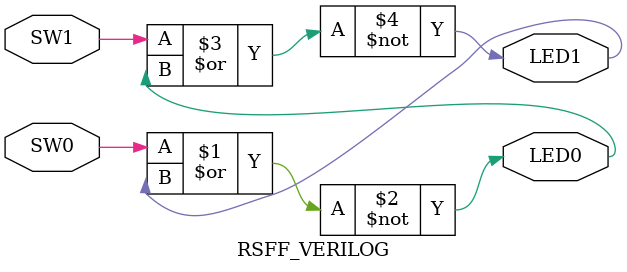
<source format=v>
module RSFF_VERILOG(SW0, SW1, LED0, LED1);

    input  SW0;
    input  SW1;
    output LED0;
    output LED1;

    assign LED0 = ~(SW0 | LED1);
    assign LED1 = ~(SW1 | LED0);

endmodule

</source>
